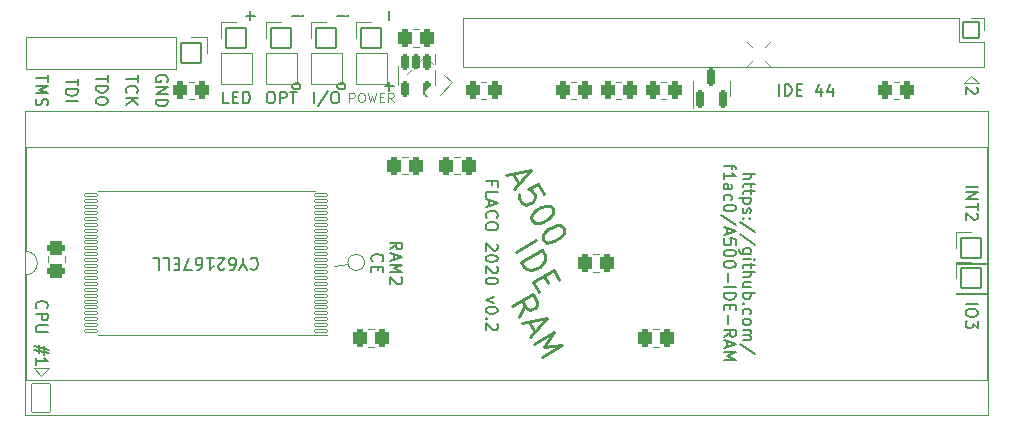
<source format=gto>
G04 #@! TF.GenerationSoftware,KiCad,Pcbnew,6.0.8-f2edbf62ab~116~ubuntu22.04.1*
G04 #@! TF.CreationDate,2022-10-12T20:13:52+02:00*
G04 #@! TF.ProjectId,a500-ide-ram,61353030-2d69-4646-952d-72616d2e6b69,0.2*
G04 #@! TF.SameCoordinates,Original*
G04 #@! TF.FileFunction,Legend,Top*
G04 #@! TF.FilePolarity,Positive*
%FSLAX46Y46*%
G04 Gerber Fmt 4.6, Leading zero omitted, Abs format (unit mm)*
G04 Created by KiCad (PCBNEW 6.0.8-f2edbf62ab~116~ubuntu22.04.1) date 2022-10-12 20:13:52*
%MOMM*%
%LPD*%
G01*
G04 APERTURE LIST*
G04 Aperture macros list*
%AMRoundRect*
0 Rectangle with rounded corners*
0 $1 Rounding radius*
0 $2 $3 $4 $5 $6 $7 $8 $9 X,Y pos of 4 corners*
0 Add a 4 corners polygon primitive as box body*
4,1,4,$2,$3,$4,$5,$6,$7,$8,$9,$2,$3,0*
0 Add four circle primitives for the rounded corners*
1,1,$1+$1,$2,$3*
1,1,$1+$1,$4,$5*
1,1,$1+$1,$6,$7*
1,1,$1+$1,$8,$9*
0 Add four rect primitives between the rounded corners*
20,1,$1+$1,$2,$3,$4,$5,0*
20,1,$1+$1,$4,$5,$6,$7,0*
20,1,$1+$1,$6,$7,$8,$9,0*
20,1,$1+$1,$8,$9,$2,$3,0*%
G04 Aperture macros list end*
%ADD10C,0.120000*%
%ADD11C,0.250000*%
%ADD12C,0.150000*%
%ADD13C,0.100000*%
%ADD14RoundRect,0.301000X-0.250000X-0.475000X0.250000X-0.475000X0.250000X0.475000X-0.250000X0.475000X0*%
%ADD15RoundRect,0.301000X0.250000X0.475000X-0.250000X0.475000X-0.250000X-0.475000X0.250000X-0.475000X0*%
%ADD16RoundRect,0.301000X0.475000X-0.250000X0.475000X0.250000X-0.475000X0.250000X-0.475000X-0.250000X0*%
%ADD17RoundRect,0.201000X0.150000X-0.587500X0.150000X0.587500X-0.150000X0.587500X-0.150000X-0.587500X0*%
%ADD18RoundRect,0.051000X-0.850000X-0.850000X0.850000X-0.850000X0.850000X0.850000X-0.850000X0.850000X0*%
%ADD19O,1.802000X1.802000*%
%ADD20RoundRect,0.301000X0.262500X0.450000X-0.262500X0.450000X-0.262500X-0.450000X0.262500X-0.450000X0*%
%ADD21RoundRect,0.301000X-0.262500X-0.450000X0.262500X-0.450000X0.262500X0.450000X-0.262500X0.450000X0*%
%ADD22RoundRect,0.051000X-0.675000X0.675000X-0.675000X-0.675000X0.675000X-0.675000X0.675000X0.675000X0*%
%ADD23O,1.452000X1.452000*%
%ADD24RoundRect,0.051000X-0.850000X0.850000X-0.850000X-0.850000X0.850000X-0.850000X0.850000X0.850000X0*%
%ADD25C,1.102000*%
%ADD26RoundRect,0.051000X0.800000X-1.200000X0.800000X1.200000X-0.800000X1.200000X-0.800000X-1.200000X0*%
%ADD27O,1.702000X2.502000*%
%ADD28RoundRect,0.201000X-0.150000X0.512500X-0.150000X-0.512500X0.150000X-0.512500X0.150000X0.512500X0*%
%ADD29RoundRect,0.051000X0.550000X0.125000X-0.550000X0.125000X-0.550000X-0.125000X0.550000X-0.125000X0*%
%ADD30RoundRect,0.051000X-0.035355X-0.601041X0.601041X0.035355X0.035355X0.601041X-0.601041X-0.035355X0*%
G04 APERTURE END LIST*
D10*
X106680000Y-106065000D02*
X105410000Y-106065000D01*
X132016500Y-97238500D02*
X130810000Y-97429000D01*
X185420000Y-81935000D02*
X184150000Y-81935000D01*
X165785000Y-78490000D02*
X167785000Y-80490000D01*
X106045000Y-106700000D02*
X106680000Y-106065000D01*
X105410000Y-106065000D02*
X106045000Y-106700000D01*
X184785000Y-81300000D02*
X185420000Y-81935000D01*
X167785000Y-78490000D02*
X165785000Y-80490000D01*
X184150000Y-81935000D02*
X184785000Y-81300000D01*
D11*
X146480977Y-101765441D02*
X146972429Y-100711900D01*
X145909548Y-100775697D02*
X147641599Y-99775697D01*
X148022551Y-100435526D01*
X148035311Y-100648102D01*
X148000451Y-100778200D01*
X147883113Y-100955917D01*
X147635677Y-101098774D01*
X147423101Y-101111533D01*
X147293003Y-101076674D01*
X147115286Y-100959336D01*
X146734334Y-100299507D01*
X147356801Y-102139555D02*
X147832991Y-102964341D01*
X146766691Y-102260312D02*
X148832075Y-101837663D01*
X147433357Y-103415013D01*
X147766691Y-103992363D02*
X149498742Y-102992363D01*
X148594896Y-104283999D01*
X150165408Y-104147064D01*
X148433357Y-105147064D01*
X145999658Y-89628915D02*
X146475848Y-90453701D01*
X145409548Y-89749672D02*
X147474932Y-89327022D01*
X146076215Y-90904372D01*
X148617789Y-91306509D02*
X148141599Y-90481723D01*
X147269194Y-90875435D01*
X147399291Y-90910294D01*
X147577008Y-91027632D01*
X147815103Y-91440025D01*
X147827863Y-91652602D01*
X147793003Y-91782699D01*
X147675665Y-91960416D01*
X147263272Y-92198511D01*
X147050696Y-92211271D01*
X146920598Y-92176411D01*
X146742881Y-92059073D01*
X146504786Y-91646680D01*
X146492027Y-91434104D01*
X146526886Y-91304006D01*
X149284456Y-92461209D02*
X149379694Y-92626167D01*
X149392453Y-92838743D01*
X149357594Y-92968840D01*
X149240256Y-93146557D01*
X148957960Y-93419512D01*
X148545567Y-93657607D01*
X148168034Y-93765605D01*
X147955458Y-93778364D01*
X147825360Y-93743505D01*
X147647643Y-93626167D01*
X147552405Y-93461209D01*
X147539646Y-93248633D01*
X147574505Y-93118535D01*
X147691843Y-92940819D01*
X147974139Y-92667864D01*
X148386532Y-92429769D01*
X148764065Y-92321771D01*
X148976642Y-92309012D01*
X149106739Y-92343871D01*
X149284456Y-92461209D01*
X150236837Y-94110782D02*
X150332075Y-94275739D01*
X150344834Y-94488315D01*
X150309975Y-94618413D01*
X150192637Y-94796129D01*
X149910341Y-95069084D01*
X149497948Y-95307179D01*
X149120415Y-95415177D01*
X148907838Y-95427936D01*
X148777741Y-95393077D01*
X148600024Y-95275739D01*
X148504786Y-95110782D01*
X148492027Y-94898205D01*
X148526886Y-94768108D01*
X148644224Y-94590391D01*
X148926520Y-94317436D01*
X149338913Y-94079341D01*
X149716446Y-93971343D01*
X149929022Y-93958584D01*
X150059120Y-93993443D01*
X150236837Y-94110782D01*
D12*
X135501071Y-75839047D02*
X135501071Y-76600952D01*
X131119619Y-82117571D02*
X131167238Y-82022333D01*
X131214857Y-81974714D01*
X131310095Y-81927095D01*
X131595809Y-81927095D01*
X131691047Y-81974714D01*
X131738666Y-82022333D01*
X131786285Y-82117571D01*
X131786285Y-82260428D01*
X131738666Y-82355666D01*
X131691047Y-82403285D01*
X131595809Y-82450904D01*
X131310095Y-82450904D01*
X131214857Y-82403285D01*
X131167238Y-82355666D01*
X131119619Y-82260428D01*
X131119619Y-82117571D01*
X131056119Y-76220000D02*
X131722785Y-76220000D01*
X132056119Y-76220000D02*
X132008500Y-76172380D01*
X131960880Y-76220000D01*
X132008500Y-76267619D01*
X132056119Y-76220000D01*
X131960880Y-76220000D01*
X105687857Y-101015119D02*
X105640238Y-100967500D01*
X105592619Y-100824642D01*
X105592619Y-100729404D01*
X105640238Y-100586547D01*
X105735476Y-100491309D01*
X105830714Y-100443690D01*
X106021190Y-100396071D01*
X106164047Y-100396071D01*
X106354523Y-100443690D01*
X106449761Y-100491309D01*
X106545000Y-100586547D01*
X106592619Y-100729404D01*
X106592619Y-100824642D01*
X106545000Y-100967500D01*
X106497380Y-101015119D01*
X105592619Y-101443690D02*
X106592619Y-101443690D01*
X106592619Y-101824642D01*
X106545000Y-101919880D01*
X106497380Y-101967500D01*
X106402142Y-102015119D01*
X106259285Y-102015119D01*
X106164047Y-101967500D01*
X106116428Y-101919880D01*
X106068809Y-101824642D01*
X106068809Y-101443690D01*
X106592619Y-102443690D02*
X105783095Y-102443690D01*
X105687857Y-102491309D01*
X105640238Y-102538928D01*
X105592619Y-102634166D01*
X105592619Y-102824642D01*
X105640238Y-102919880D01*
X105687857Y-102967500D01*
X105783095Y-103015119D01*
X106592619Y-103015119D01*
X106259285Y-104205595D02*
X106259285Y-104919880D01*
X106687857Y-104491309D02*
X105402142Y-104205595D01*
X105830714Y-104824642D02*
X105830714Y-104110357D01*
X105402142Y-104538928D02*
X106687857Y-104824642D01*
X105592619Y-105777023D02*
X105592619Y-105205595D01*
X105592619Y-105491309D02*
X106592619Y-105491309D01*
X106449761Y-105396071D01*
X106354523Y-105300833D01*
X106306904Y-105205595D01*
X116705000Y-81808095D02*
X116752619Y-81712857D01*
X116752619Y-81570000D01*
X116705000Y-81427142D01*
X116609761Y-81331904D01*
X116514523Y-81284285D01*
X116324047Y-81236666D01*
X116181190Y-81236666D01*
X115990714Y-81284285D01*
X115895476Y-81331904D01*
X115800238Y-81427142D01*
X115752619Y-81570000D01*
X115752619Y-81665238D01*
X115800238Y-81808095D01*
X115847857Y-81855714D01*
X116181190Y-81855714D01*
X116181190Y-81665238D01*
X115752619Y-82284285D02*
X116752619Y-82284285D01*
X115752619Y-82855714D01*
X116752619Y-82855714D01*
X115752619Y-83331904D02*
X116752619Y-83331904D01*
X116752619Y-83570000D01*
X116705000Y-83712857D01*
X116609761Y-83808095D01*
X116514523Y-83855714D01*
X116324047Y-83903333D01*
X116181190Y-83903333D01*
X115990714Y-83855714D01*
X115895476Y-83808095D01*
X115800238Y-83712857D01*
X115752619Y-83570000D01*
X115752619Y-83331904D01*
X135501071Y-81808047D02*
X135501071Y-82569952D01*
X135120119Y-82189000D02*
X135882023Y-82189000D01*
X127246119Y-76220000D02*
X127912785Y-76220000D01*
X128246119Y-76220000D02*
X128198500Y-76172380D01*
X128150880Y-76220000D01*
X128198500Y-76267619D01*
X128246119Y-76220000D01*
X128150880Y-76220000D01*
X127309619Y-82117571D02*
X127357238Y-82022333D01*
X127404857Y-81974714D01*
X127500095Y-81927095D01*
X127785809Y-81927095D01*
X127881047Y-81974714D01*
X127928666Y-82022333D01*
X127976285Y-82117571D01*
X127976285Y-82260428D01*
X127928666Y-82355666D01*
X127881047Y-82403285D01*
X127785809Y-82450904D01*
X127500095Y-82450904D01*
X127404857Y-82403285D01*
X127357238Y-82355666D01*
X127309619Y-82260428D01*
X127309619Y-82117571D01*
X114212619Y-81284285D02*
X114212619Y-81855714D01*
X113212619Y-81570000D02*
X114212619Y-81570000D01*
X113307857Y-82760476D02*
X113260238Y-82712857D01*
X113212619Y-82570000D01*
X113212619Y-82474761D01*
X113260238Y-82331904D01*
X113355476Y-82236666D01*
X113450714Y-82189047D01*
X113641190Y-82141428D01*
X113784047Y-82141428D01*
X113974523Y-82189047D01*
X114069761Y-82236666D01*
X114165000Y-82331904D01*
X114212619Y-82474761D01*
X114212619Y-82570000D01*
X114165000Y-82712857D01*
X114117380Y-82760476D01*
X113212619Y-83189047D02*
X114212619Y-83189047D01*
X113212619Y-83760476D02*
X113784047Y-83331904D01*
X114212619Y-83760476D02*
X113641190Y-83189047D01*
X184332619Y-90714047D02*
X185332619Y-90714047D01*
X184332619Y-91190238D02*
X185332619Y-91190238D01*
X184332619Y-91761666D01*
X185332619Y-91761666D01*
X185332619Y-92095000D02*
X185332619Y-92666428D01*
X184332619Y-92380714D02*
X185332619Y-92380714D01*
X185237380Y-92952142D02*
X185285000Y-92999761D01*
X185332619Y-93095000D01*
X185332619Y-93333095D01*
X185285000Y-93428333D01*
X185237380Y-93475952D01*
X185142142Y-93523571D01*
X185046904Y-93523571D01*
X184904047Y-93475952D01*
X184332619Y-92904523D01*
X184332619Y-93523571D01*
X129127380Y-83657380D02*
X129127380Y-82657380D01*
X130317857Y-82609761D02*
X129460714Y-83895476D01*
X130841666Y-82657380D02*
X131032142Y-82657380D01*
X131127380Y-82705000D01*
X131222619Y-82800238D01*
X131270238Y-82990714D01*
X131270238Y-83324047D01*
X131222619Y-83514523D01*
X131127380Y-83609761D01*
X131032142Y-83657380D01*
X130841666Y-83657380D01*
X130746428Y-83609761D01*
X130651190Y-83514523D01*
X130603571Y-83324047D01*
X130603571Y-82990714D01*
X130651190Y-82800238D01*
X130746428Y-82705000D01*
X130841666Y-82657380D01*
X185237380Y-82284285D02*
X185285000Y-82331904D01*
X185332619Y-82427142D01*
X185332619Y-82665238D01*
X185285000Y-82760476D01*
X185237380Y-82808095D01*
X185142142Y-82855714D01*
X185046904Y-82855714D01*
X184904047Y-82808095D01*
X184332619Y-82236666D01*
X184332619Y-82855714D01*
X123753571Y-75839047D02*
X123753571Y-76600952D01*
X123372619Y-76220000D02*
X124134523Y-76220000D01*
X135607619Y-96008333D02*
X136083809Y-95675000D01*
X135607619Y-95436904D02*
X136607619Y-95436904D01*
X136607619Y-95817857D01*
X136560000Y-95913095D01*
X136512380Y-95960714D01*
X136417142Y-96008333D01*
X136274285Y-96008333D01*
X136179047Y-95960714D01*
X136131428Y-95913095D01*
X136083809Y-95817857D01*
X136083809Y-95436904D01*
X135893333Y-96389285D02*
X135893333Y-96865476D01*
X135607619Y-96294047D02*
X136607619Y-96627380D01*
X135607619Y-96960714D01*
X135607619Y-97294047D02*
X136607619Y-97294047D01*
X135893333Y-97627380D01*
X136607619Y-97960714D01*
X135607619Y-97960714D01*
X136512380Y-98389285D02*
X136560000Y-98436904D01*
X136607619Y-98532142D01*
X136607619Y-98770238D01*
X136560000Y-98865476D01*
X136512380Y-98913095D01*
X136417142Y-98960714D01*
X136321904Y-98960714D01*
X136179047Y-98913095D01*
X135607619Y-98341666D01*
X135607619Y-98960714D01*
X134092857Y-97032142D02*
X134045238Y-96984523D01*
X133997619Y-96841666D01*
X133997619Y-96746428D01*
X134045238Y-96603571D01*
X134140476Y-96508333D01*
X134235714Y-96460714D01*
X134426190Y-96413095D01*
X134569047Y-96413095D01*
X134759523Y-96460714D01*
X134854761Y-96508333D01*
X134950000Y-96603571D01*
X134997619Y-96746428D01*
X134997619Y-96841666D01*
X134950000Y-96984523D01*
X134902380Y-97032142D01*
X134521428Y-97460714D02*
X134521428Y-97794047D01*
X133997619Y-97936904D02*
X133997619Y-97460714D01*
X134997619Y-97460714D01*
X134997619Y-97936904D01*
X125388809Y-82657380D02*
X125579285Y-82657380D01*
X125674523Y-82705000D01*
X125769761Y-82800238D01*
X125817380Y-82990714D01*
X125817380Y-83324047D01*
X125769761Y-83514523D01*
X125674523Y-83609761D01*
X125579285Y-83657380D01*
X125388809Y-83657380D01*
X125293571Y-83609761D01*
X125198333Y-83514523D01*
X125150714Y-83324047D01*
X125150714Y-82990714D01*
X125198333Y-82800238D01*
X125293571Y-82705000D01*
X125388809Y-82657380D01*
X126245952Y-83657380D02*
X126245952Y-82657380D01*
X126626904Y-82657380D01*
X126722142Y-82705000D01*
X126769761Y-82752619D01*
X126817380Y-82847857D01*
X126817380Y-82990714D01*
X126769761Y-83085952D01*
X126722142Y-83133571D01*
X126626904Y-83181190D01*
X126245952Y-83181190D01*
X127103095Y-82657380D02*
X127674523Y-82657380D01*
X127388809Y-83657380D02*
X127388809Y-82657380D01*
X165452619Y-89603571D02*
X166452619Y-89603571D01*
X165452619Y-90032142D02*
X165976428Y-90032142D01*
X166071666Y-89984523D01*
X166119285Y-89889285D01*
X166119285Y-89746428D01*
X166071666Y-89651190D01*
X166024047Y-89603571D01*
X166119285Y-90365476D02*
X166119285Y-90746428D01*
X166452619Y-90508333D02*
X165595476Y-90508333D01*
X165500238Y-90555952D01*
X165452619Y-90651190D01*
X165452619Y-90746428D01*
X166119285Y-90936904D02*
X166119285Y-91317857D01*
X166452619Y-91079761D02*
X165595476Y-91079761D01*
X165500238Y-91127380D01*
X165452619Y-91222619D01*
X165452619Y-91317857D01*
X166119285Y-91651190D02*
X165119285Y-91651190D01*
X166071666Y-91651190D02*
X166119285Y-91746428D01*
X166119285Y-91936904D01*
X166071666Y-92032142D01*
X166024047Y-92079761D01*
X165928809Y-92127380D01*
X165643095Y-92127380D01*
X165547857Y-92079761D01*
X165500238Y-92032142D01*
X165452619Y-91936904D01*
X165452619Y-91746428D01*
X165500238Y-91651190D01*
X165500238Y-92508333D02*
X165452619Y-92603571D01*
X165452619Y-92794047D01*
X165500238Y-92889285D01*
X165595476Y-92936904D01*
X165643095Y-92936904D01*
X165738333Y-92889285D01*
X165785952Y-92794047D01*
X165785952Y-92651190D01*
X165833571Y-92555952D01*
X165928809Y-92508333D01*
X165976428Y-92508333D01*
X166071666Y-92555952D01*
X166119285Y-92651190D01*
X166119285Y-92794047D01*
X166071666Y-92889285D01*
X165547857Y-93365476D02*
X165500238Y-93413095D01*
X165452619Y-93365476D01*
X165500238Y-93317857D01*
X165547857Y-93365476D01*
X165452619Y-93365476D01*
X166071666Y-93365476D02*
X166024047Y-93413095D01*
X165976428Y-93365476D01*
X166024047Y-93317857D01*
X166071666Y-93365476D01*
X165976428Y-93365476D01*
X166500238Y-94555952D02*
X165214523Y-93698809D01*
X166500238Y-95603571D02*
X165214523Y-94746428D01*
X166119285Y-96365476D02*
X165309761Y-96365476D01*
X165214523Y-96317857D01*
X165166904Y-96270238D01*
X165119285Y-96175000D01*
X165119285Y-96032142D01*
X165166904Y-95936904D01*
X165500238Y-96365476D02*
X165452619Y-96270238D01*
X165452619Y-96079761D01*
X165500238Y-95984523D01*
X165547857Y-95936904D01*
X165643095Y-95889285D01*
X165928809Y-95889285D01*
X166024047Y-95936904D01*
X166071666Y-95984523D01*
X166119285Y-96079761D01*
X166119285Y-96270238D01*
X166071666Y-96365476D01*
X165452619Y-96841666D02*
X166119285Y-96841666D01*
X166452619Y-96841666D02*
X166405000Y-96794047D01*
X166357380Y-96841666D01*
X166405000Y-96889285D01*
X166452619Y-96841666D01*
X166357380Y-96841666D01*
X166119285Y-97175000D02*
X166119285Y-97555952D01*
X166452619Y-97317857D02*
X165595476Y-97317857D01*
X165500238Y-97365476D01*
X165452619Y-97460714D01*
X165452619Y-97555952D01*
X165452619Y-97889285D02*
X166452619Y-97889285D01*
X165452619Y-98317857D02*
X165976428Y-98317857D01*
X166071666Y-98270238D01*
X166119285Y-98175000D01*
X166119285Y-98032142D01*
X166071666Y-97936904D01*
X166024047Y-97889285D01*
X166119285Y-99222619D02*
X165452619Y-99222619D01*
X166119285Y-98794047D02*
X165595476Y-98794047D01*
X165500238Y-98841666D01*
X165452619Y-98936904D01*
X165452619Y-99079761D01*
X165500238Y-99175000D01*
X165547857Y-99222619D01*
X165452619Y-99698809D02*
X166452619Y-99698809D01*
X166071666Y-99698809D02*
X166119285Y-99794047D01*
X166119285Y-99984523D01*
X166071666Y-100079761D01*
X166024047Y-100127380D01*
X165928809Y-100175000D01*
X165643095Y-100175000D01*
X165547857Y-100127380D01*
X165500238Y-100079761D01*
X165452619Y-99984523D01*
X165452619Y-99794047D01*
X165500238Y-99698809D01*
X165547857Y-100603571D02*
X165500238Y-100651190D01*
X165452619Y-100603571D01*
X165500238Y-100555952D01*
X165547857Y-100603571D01*
X165452619Y-100603571D01*
X165500238Y-101508333D02*
X165452619Y-101413095D01*
X165452619Y-101222619D01*
X165500238Y-101127380D01*
X165547857Y-101079761D01*
X165643095Y-101032142D01*
X165928809Y-101032142D01*
X166024047Y-101079761D01*
X166071666Y-101127380D01*
X166119285Y-101222619D01*
X166119285Y-101413095D01*
X166071666Y-101508333D01*
X165452619Y-102079761D02*
X165500238Y-101984523D01*
X165547857Y-101936904D01*
X165643095Y-101889285D01*
X165928809Y-101889285D01*
X166024047Y-101936904D01*
X166071666Y-101984523D01*
X166119285Y-102079761D01*
X166119285Y-102222619D01*
X166071666Y-102317857D01*
X166024047Y-102365476D01*
X165928809Y-102413095D01*
X165643095Y-102413095D01*
X165547857Y-102365476D01*
X165500238Y-102317857D01*
X165452619Y-102222619D01*
X165452619Y-102079761D01*
X165452619Y-102841666D02*
X166119285Y-102841666D01*
X166024047Y-102841666D02*
X166071666Y-102889285D01*
X166119285Y-102984523D01*
X166119285Y-103127380D01*
X166071666Y-103222619D01*
X165976428Y-103270238D01*
X165452619Y-103270238D01*
X165976428Y-103270238D02*
X166071666Y-103317857D01*
X166119285Y-103413095D01*
X166119285Y-103555952D01*
X166071666Y-103651190D01*
X165976428Y-103698809D01*
X165452619Y-103698809D01*
X166500238Y-104889285D02*
X165214523Y-104032142D01*
X164509285Y-88841666D02*
X164509285Y-89222619D01*
X163842619Y-88984523D02*
X164699761Y-88984523D01*
X164795000Y-89032142D01*
X164842619Y-89127380D01*
X164842619Y-89222619D01*
X163842619Y-90079761D02*
X163842619Y-89508333D01*
X163842619Y-89794047D02*
X164842619Y-89794047D01*
X164699761Y-89698809D01*
X164604523Y-89603571D01*
X164556904Y-89508333D01*
X163842619Y-90936904D02*
X164366428Y-90936904D01*
X164461666Y-90889285D01*
X164509285Y-90794047D01*
X164509285Y-90603571D01*
X164461666Y-90508333D01*
X163890238Y-90936904D02*
X163842619Y-90841666D01*
X163842619Y-90603571D01*
X163890238Y-90508333D01*
X163985476Y-90460714D01*
X164080714Y-90460714D01*
X164175952Y-90508333D01*
X164223571Y-90603571D01*
X164223571Y-90841666D01*
X164271190Y-90936904D01*
X163890238Y-91841666D02*
X163842619Y-91746428D01*
X163842619Y-91555952D01*
X163890238Y-91460714D01*
X163937857Y-91413095D01*
X164033095Y-91365476D01*
X164318809Y-91365476D01*
X164414047Y-91413095D01*
X164461666Y-91460714D01*
X164509285Y-91555952D01*
X164509285Y-91746428D01*
X164461666Y-91841666D01*
X164842619Y-92460714D02*
X164842619Y-92555952D01*
X164795000Y-92651190D01*
X164747380Y-92698809D01*
X164652142Y-92746428D01*
X164461666Y-92794047D01*
X164223571Y-92794047D01*
X164033095Y-92746428D01*
X163937857Y-92698809D01*
X163890238Y-92651190D01*
X163842619Y-92555952D01*
X163842619Y-92460714D01*
X163890238Y-92365476D01*
X163937857Y-92317857D01*
X164033095Y-92270238D01*
X164223571Y-92222619D01*
X164461666Y-92222619D01*
X164652142Y-92270238D01*
X164747380Y-92317857D01*
X164795000Y-92365476D01*
X164842619Y-92460714D01*
X164890238Y-93936904D02*
X163604523Y-93079761D01*
X164128333Y-94222619D02*
X164128333Y-94698809D01*
X163842619Y-94127380D02*
X164842619Y-94460714D01*
X163842619Y-94794047D01*
X164842619Y-95603571D02*
X164842619Y-95127380D01*
X164366428Y-95079761D01*
X164414047Y-95127380D01*
X164461666Y-95222619D01*
X164461666Y-95460714D01*
X164414047Y-95555952D01*
X164366428Y-95603571D01*
X164271190Y-95651190D01*
X164033095Y-95651190D01*
X163937857Y-95603571D01*
X163890238Y-95555952D01*
X163842619Y-95460714D01*
X163842619Y-95222619D01*
X163890238Y-95127380D01*
X163937857Y-95079761D01*
X164842619Y-96270238D02*
X164842619Y-96365476D01*
X164795000Y-96460714D01*
X164747380Y-96508333D01*
X164652142Y-96555952D01*
X164461666Y-96603571D01*
X164223571Y-96603571D01*
X164033095Y-96555952D01*
X163937857Y-96508333D01*
X163890238Y-96460714D01*
X163842619Y-96365476D01*
X163842619Y-96270238D01*
X163890238Y-96175000D01*
X163937857Y-96127380D01*
X164033095Y-96079761D01*
X164223571Y-96032142D01*
X164461666Y-96032142D01*
X164652142Y-96079761D01*
X164747380Y-96127380D01*
X164795000Y-96175000D01*
X164842619Y-96270238D01*
X164842619Y-97222619D02*
X164842619Y-97317857D01*
X164795000Y-97413095D01*
X164747380Y-97460714D01*
X164652142Y-97508333D01*
X164461666Y-97555952D01*
X164223571Y-97555952D01*
X164033095Y-97508333D01*
X163937857Y-97460714D01*
X163890238Y-97413095D01*
X163842619Y-97317857D01*
X163842619Y-97222619D01*
X163890238Y-97127380D01*
X163937857Y-97079761D01*
X164033095Y-97032142D01*
X164223571Y-96984523D01*
X164461666Y-96984523D01*
X164652142Y-97032142D01*
X164747380Y-97079761D01*
X164795000Y-97127380D01*
X164842619Y-97222619D01*
X164223571Y-97984523D02*
X164223571Y-98746428D01*
X163842619Y-99222619D02*
X164842619Y-99222619D01*
X163842619Y-99698809D02*
X164842619Y-99698809D01*
X164842619Y-99936904D01*
X164795000Y-100079761D01*
X164699761Y-100175000D01*
X164604523Y-100222619D01*
X164414047Y-100270238D01*
X164271190Y-100270238D01*
X164080714Y-100222619D01*
X163985476Y-100175000D01*
X163890238Y-100079761D01*
X163842619Y-99936904D01*
X163842619Y-99698809D01*
X164366428Y-100698809D02*
X164366428Y-101032142D01*
X163842619Y-101175000D02*
X163842619Y-100698809D01*
X164842619Y-100698809D01*
X164842619Y-101175000D01*
X164223571Y-101603571D02*
X164223571Y-102365476D01*
X163842619Y-103413095D02*
X164318809Y-103079761D01*
X163842619Y-102841666D02*
X164842619Y-102841666D01*
X164842619Y-103222619D01*
X164795000Y-103317857D01*
X164747380Y-103365476D01*
X164652142Y-103413095D01*
X164509285Y-103413095D01*
X164414047Y-103365476D01*
X164366428Y-103317857D01*
X164318809Y-103222619D01*
X164318809Y-102841666D01*
X164128333Y-103794047D02*
X164128333Y-104270238D01*
X163842619Y-103698809D02*
X164842619Y-104032142D01*
X163842619Y-104365476D01*
X163842619Y-104698809D02*
X164842619Y-104698809D01*
X164128333Y-105032142D01*
X164842619Y-105365476D01*
X163842619Y-105365476D01*
X111672619Y-81260476D02*
X111672619Y-81831904D01*
X110672619Y-81546190D02*
X111672619Y-81546190D01*
X110672619Y-82165238D02*
X111672619Y-82165238D01*
X111672619Y-82403333D01*
X111625000Y-82546190D01*
X111529761Y-82641428D01*
X111434523Y-82689047D01*
X111244047Y-82736666D01*
X111101190Y-82736666D01*
X110910714Y-82689047D01*
X110815476Y-82641428D01*
X110720238Y-82546190D01*
X110672619Y-82403333D01*
X110672619Y-82165238D01*
X111672619Y-83355714D02*
X111672619Y-83546190D01*
X111625000Y-83641428D01*
X111529761Y-83736666D01*
X111339285Y-83784285D01*
X111005952Y-83784285D01*
X110815476Y-83736666D01*
X110720238Y-83641428D01*
X110672619Y-83546190D01*
X110672619Y-83355714D01*
X110720238Y-83260476D01*
X110815476Y-83165238D01*
X111005952Y-83117619D01*
X111339285Y-83117619D01*
X111529761Y-83165238D01*
X111625000Y-83260476D01*
X111672619Y-83355714D01*
D11*
X146219072Y-96231808D02*
X147951123Y-95231808D01*
X146695262Y-97056594D02*
X148427313Y-96056594D01*
X148665408Y-96468987D01*
X148725787Y-96764042D01*
X148656068Y-97024238D01*
X148538730Y-97201954D01*
X148256434Y-97474909D01*
X148008998Y-97617766D01*
X147631465Y-97725764D01*
X147418889Y-97738523D01*
X147158693Y-97668804D01*
X146933357Y-97468987D01*
X146695262Y-97056594D01*
X148602527Y-98264836D02*
X148935860Y-98842186D01*
X148171453Y-99613431D02*
X147695262Y-98788645D01*
X149427313Y-97788645D01*
X149903504Y-98613431D01*
D12*
X109132619Y-81546190D02*
X109132619Y-82117619D01*
X108132619Y-81831904D02*
X109132619Y-81831904D01*
X108132619Y-82450952D02*
X109132619Y-82450952D01*
X109132619Y-82689047D01*
X109085000Y-82831904D01*
X108989761Y-82927142D01*
X108894523Y-82974761D01*
X108704047Y-83022380D01*
X108561190Y-83022380D01*
X108370714Y-82974761D01*
X108275476Y-82927142D01*
X108180238Y-82831904D01*
X108132619Y-82689047D01*
X108132619Y-82450952D01*
X108132619Y-83450952D02*
X109132619Y-83450952D01*
D10*
X132137380Y-83566904D02*
X132137380Y-82766904D01*
X132442142Y-82766904D01*
X132518333Y-82805000D01*
X132556428Y-82843095D01*
X132594523Y-82919285D01*
X132594523Y-83033571D01*
X132556428Y-83109761D01*
X132518333Y-83147857D01*
X132442142Y-83185952D01*
X132137380Y-83185952D01*
X133089761Y-82766904D02*
X133242142Y-82766904D01*
X133318333Y-82805000D01*
X133394523Y-82881190D01*
X133432619Y-83033571D01*
X133432619Y-83300238D01*
X133394523Y-83452619D01*
X133318333Y-83528809D01*
X133242142Y-83566904D01*
X133089761Y-83566904D01*
X133013571Y-83528809D01*
X132937380Y-83452619D01*
X132899285Y-83300238D01*
X132899285Y-83033571D01*
X132937380Y-82881190D01*
X133013571Y-82805000D01*
X133089761Y-82766904D01*
X133699285Y-82766904D02*
X133889761Y-83566904D01*
X134042142Y-82995476D01*
X134194523Y-83566904D01*
X134385000Y-82766904D01*
X134689761Y-83147857D02*
X134956428Y-83147857D01*
X135070714Y-83566904D02*
X134689761Y-83566904D01*
X134689761Y-82766904D01*
X135070714Y-82766904D01*
X135870714Y-83566904D02*
X135604047Y-83185952D01*
X135413571Y-83566904D02*
X135413571Y-82766904D01*
X135718333Y-82766904D01*
X135794523Y-82805000D01*
X135832619Y-82843095D01*
X135870714Y-82919285D01*
X135870714Y-83033571D01*
X135832619Y-83109761D01*
X135794523Y-83147857D01*
X135718333Y-83185952D01*
X135413571Y-83185952D01*
D12*
X184332619Y-100620000D02*
X185332619Y-100620000D01*
X185332619Y-101286666D02*
X185332619Y-101477142D01*
X185285000Y-101572380D01*
X185189761Y-101667619D01*
X184999285Y-101715238D01*
X184665952Y-101715238D01*
X184475476Y-101667619D01*
X184380238Y-101572380D01*
X184332619Y-101477142D01*
X184332619Y-101286666D01*
X184380238Y-101191428D01*
X184475476Y-101096190D01*
X184665952Y-101048571D01*
X184999285Y-101048571D01*
X185189761Y-101096190D01*
X185285000Y-101191428D01*
X185332619Y-101286666D01*
X185332619Y-102048571D02*
X185332619Y-102667619D01*
X184951666Y-102334285D01*
X184951666Y-102477142D01*
X184904047Y-102572380D01*
X184856428Y-102620000D01*
X184761190Y-102667619D01*
X184523095Y-102667619D01*
X184427857Y-102620000D01*
X184380238Y-102572380D01*
X184332619Y-102477142D01*
X184332619Y-102191428D01*
X184380238Y-102096190D01*
X184427857Y-102048571D01*
X106592619Y-81236666D02*
X106592619Y-81808095D01*
X105592619Y-81522380D02*
X106592619Y-81522380D01*
X105592619Y-82141428D02*
X106592619Y-82141428D01*
X105878333Y-82474761D01*
X106592619Y-82808095D01*
X105592619Y-82808095D01*
X105640238Y-83236666D02*
X105592619Y-83379523D01*
X105592619Y-83617619D01*
X105640238Y-83712857D01*
X105687857Y-83760476D01*
X105783095Y-83808095D01*
X105878333Y-83808095D01*
X105973571Y-83760476D01*
X106021190Y-83712857D01*
X106068809Y-83617619D01*
X106116428Y-83427142D01*
X106164047Y-83331904D01*
X106211666Y-83284285D01*
X106306904Y-83236666D01*
X106402142Y-83236666D01*
X106497380Y-83284285D01*
X106545000Y-83331904D01*
X106592619Y-83427142D01*
X106592619Y-83665238D01*
X106545000Y-83808095D01*
X121912142Y-83657380D02*
X121435952Y-83657380D01*
X121435952Y-82657380D01*
X122245476Y-83133571D02*
X122578809Y-83133571D01*
X122721666Y-83657380D02*
X122245476Y-83657380D01*
X122245476Y-82657380D01*
X122721666Y-82657380D01*
X123150238Y-83657380D02*
X123150238Y-82657380D01*
X123388333Y-82657380D01*
X123531190Y-82705000D01*
X123626428Y-82800238D01*
X123674047Y-82895476D01*
X123721666Y-83085952D01*
X123721666Y-83228809D01*
X123674047Y-83419285D01*
X123626428Y-83514523D01*
X123531190Y-83609761D01*
X123388333Y-83657380D01*
X123150238Y-83657380D01*
X168529285Y-83022380D02*
X168529285Y-82022380D01*
X169005476Y-83022380D02*
X169005476Y-82022380D01*
X169243571Y-82022380D01*
X169386428Y-82070000D01*
X169481666Y-82165238D01*
X169529285Y-82260476D01*
X169576904Y-82450952D01*
X169576904Y-82593809D01*
X169529285Y-82784285D01*
X169481666Y-82879523D01*
X169386428Y-82974761D01*
X169243571Y-83022380D01*
X169005476Y-83022380D01*
X170005476Y-82498571D02*
X170338809Y-82498571D01*
X170481666Y-83022380D02*
X170005476Y-83022380D01*
X170005476Y-82022380D01*
X170481666Y-82022380D01*
X172100714Y-82355714D02*
X172100714Y-83022380D01*
X171862619Y-81974761D02*
X171624523Y-82689047D01*
X172243571Y-82689047D01*
X173053095Y-82355714D02*
X173053095Y-83022380D01*
X172815000Y-81974761D02*
X172576904Y-82689047D01*
X173195952Y-82689047D01*
X123776904Y-96817857D02*
X123824523Y-96770238D01*
X123967380Y-96722619D01*
X124062619Y-96722619D01*
X124205476Y-96770238D01*
X124300714Y-96865476D01*
X124348333Y-96960714D01*
X124395952Y-97151190D01*
X124395952Y-97294047D01*
X124348333Y-97484523D01*
X124300714Y-97579761D01*
X124205476Y-97675000D01*
X124062619Y-97722619D01*
X123967380Y-97722619D01*
X123824523Y-97675000D01*
X123776904Y-97627380D01*
X123157857Y-97198809D02*
X123157857Y-96722619D01*
X123491190Y-97722619D02*
X123157857Y-97198809D01*
X122824523Y-97722619D01*
X122062619Y-97722619D02*
X122253095Y-97722619D01*
X122348333Y-97675000D01*
X122395952Y-97627380D01*
X122491190Y-97484523D01*
X122538809Y-97294047D01*
X122538809Y-96913095D01*
X122491190Y-96817857D01*
X122443571Y-96770238D01*
X122348333Y-96722619D01*
X122157857Y-96722619D01*
X122062619Y-96770238D01*
X122015000Y-96817857D01*
X121967380Y-96913095D01*
X121967380Y-97151190D01*
X122015000Y-97246428D01*
X122062619Y-97294047D01*
X122157857Y-97341666D01*
X122348333Y-97341666D01*
X122443571Y-97294047D01*
X122491190Y-97246428D01*
X122538809Y-97151190D01*
X121586428Y-97627380D02*
X121538809Y-97675000D01*
X121443571Y-97722619D01*
X121205476Y-97722619D01*
X121110238Y-97675000D01*
X121062619Y-97627380D01*
X121015000Y-97532142D01*
X121015000Y-97436904D01*
X121062619Y-97294047D01*
X121634047Y-96722619D01*
X121015000Y-96722619D01*
X120062619Y-96722619D02*
X120634047Y-96722619D01*
X120348333Y-96722619D02*
X120348333Y-97722619D01*
X120443571Y-97579761D01*
X120538809Y-97484523D01*
X120634047Y-97436904D01*
X119205476Y-97722619D02*
X119395952Y-97722619D01*
X119491190Y-97675000D01*
X119538809Y-97627380D01*
X119634047Y-97484523D01*
X119681666Y-97294047D01*
X119681666Y-96913095D01*
X119634047Y-96817857D01*
X119586428Y-96770238D01*
X119491190Y-96722619D01*
X119300714Y-96722619D01*
X119205476Y-96770238D01*
X119157857Y-96817857D01*
X119110238Y-96913095D01*
X119110238Y-97151190D01*
X119157857Y-97246428D01*
X119205476Y-97294047D01*
X119300714Y-97341666D01*
X119491190Y-97341666D01*
X119586428Y-97294047D01*
X119634047Y-97246428D01*
X119681666Y-97151190D01*
X118776904Y-97722619D02*
X118110238Y-97722619D01*
X118538809Y-96722619D01*
X117729285Y-97246428D02*
X117395952Y-97246428D01*
X117253095Y-96722619D02*
X117729285Y-96722619D01*
X117729285Y-97722619D01*
X117253095Y-97722619D01*
X116348333Y-96722619D02*
X116824523Y-96722619D01*
X116824523Y-97722619D01*
X115538809Y-96722619D02*
X116015000Y-96722619D01*
X116015000Y-97722619D01*
X144216428Y-90587619D02*
X144216428Y-90254285D01*
X143692619Y-90254285D02*
X144692619Y-90254285D01*
X144692619Y-90730476D01*
X143692619Y-91587619D02*
X143692619Y-91111428D01*
X144692619Y-91111428D01*
X143978333Y-91873333D02*
X143978333Y-92349523D01*
X143692619Y-91778095D02*
X144692619Y-92111428D01*
X143692619Y-92444761D01*
X143787857Y-93349523D02*
X143740238Y-93301904D01*
X143692619Y-93159047D01*
X143692619Y-93063809D01*
X143740238Y-92920952D01*
X143835476Y-92825714D01*
X143930714Y-92778095D01*
X144121190Y-92730476D01*
X144264047Y-92730476D01*
X144454523Y-92778095D01*
X144549761Y-92825714D01*
X144645000Y-92920952D01*
X144692619Y-93063809D01*
X144692619Y-93159047D01*
X144645000Y-93301904D01*
X144597380Y-93349523D01*
X144692619Y-93968571D02*
X144692619Y-94159047D01*
X144645000Y-94254285D01*
X144549761Y-94349523D01*
X144359285Y-94397142D01*
X144025952Y-94397142D01*
X143835476Y-94349523D01*
X143740238Y-94254285D01*
X143692619Y-94159047D01*
X143692619Y-93968571D01*
X143740238Y-93873333D01*
X143835476Y-93778095D01*
X144025952Y-93730476D01*
X144359285Y-93730476D01*
X144549761Y-93778095D01*
X144645000Y-93873333D01*
X144692619Y-93968571D01*
X144597380Y-95540000D02*
X144645000Y-95587619D01*
X144692619Y-95682857D01*
X144692619Y-95920952D01*
X144645000Y-96016190D01*
X144597380Y-96063809D01*
X144502142Y-96111428D01*
X144406904Y-96111428D01*
X144264047Y-96063809D01*
X143692619Y-95492380D01*
X143692619Y-96111428D01*
X144692619Y-96730476D02*
X144692619Y-96825714D01*
X144645000Y-96920952D01*
X144597380Y-96968571D01*
X144502142Y-97016190D01*
X144311666Y-97063809D01*
X144073571Y-97063809D01*
X143883095Y-97016190D01*
X143787857Y-96968571D01*
X143740238Y-96920952D01*
X143692619Y-96825714D01*
X143692619Y-96730476D01*
X143740238Y-96635238D01*
X143787857Y-96587619D01*
X143883095Y-96540000D01*
X144073571Y-96492380D01*
X144311666Y-96492380D01*
X144502142Y-96540000D01*
X144597380Y-96587619D01*
X144645000Y-96635238D01*
X144692619Y-96730476D01*
X144597380Y-97444761D02*
X144645000Y-97492380D01*
X144692619Y-97587619D01*
X144692619Y-97825714D01*
X144645000Y-97920952D01*
X144597380Y-97968571D01*
X144502142Y-98016190D01*
X144406904Y-98016190D01*
X144264047Y-97968571D01*
X143692619Y-97397142D01*
X143692619Y-98016190D01*
X144692619Y-98635238D02*
X144692619Y-98730476D01*
X144645000Y-98825714D01*
X144597380Y-98873333D01*
X144502142Y-98920952D01*
X144311666Y-98968571D01*
X144073571Y-98968571D01*
X143883095Y-98920952D01*
X143787857Y-98873333D01*
X143740238Y-98825714D01*
X143692619Y-98730476D01*
X143692619Y-98635238D01*
X143740238Y-98540000D01*
X143787857Y-98492380D01*
X143883095Y-98444761D01*
X144073571Y-98397142D01*
X144311666Y-98397142D01*
X144502142Y-98444761D01*
X144597380Y-98492380D01*
X144645000Y-98540000D01*
X144692619Y-98635238D01*
X144359285Y-100063809D02*
X143692619Y-100301904D01*
X144359285Y-100540000D01*
X144692619Y-101111428D02*
X144692619Y-101206666D01*
X144645000Y-101301904D01*
X144597380Y-101349523D01*
X144502142Y-101397142D01*
X144311666Y-101444761D01*
X144073571Y-101444761D01*
X143883095Y-101397142D01*
X143787857Y-101349523D01*
X143740238Y-101301904D01*
X143692619Y-101206666D01*
X143692619Y-101111428D01*
X143740238Y-101016190D01*
X143787857Y-100968571D01*
X143883095Y-100920952D01*
X144073571Y-100873333D01*
X144311666Y-100873333D01*
X144502142Y-100920952D01*
X144597380Y-100968571D01*
X144645000Y-101016190D01*
X144692619Y-101111428D01*
X143787857Y-101873333D02*
X143740238Y-101920952D01*
X143692619Y-101873333D01*
X143740238Y-101825714D01*
X143787857Y-101873333D01*
X143692619Y-101873333D01*
X144597380Y-102301904D02*
X144645000Y-102349523D01*
X144692619Y-102444761D01*
X144692619Y-102682857D01*
X144645000Y-102778095D01*
X144597380Y-102825714D01*
X144502142Y-102873333D01*
X144406904Y-102873333D01*
X144264047Y-102825714D01*
X143692619Y-102254285D01*
X143692619Y-102873333D01*
D10*
X157853748Y-102790000D02*
X158376252Y-102790000D01*
X157853748Y-104260000D02*
X158376252Y-104260000D01*
X134246252Y-102790000D02*
X133723748Y-102790000D01*
X134246252Y-104260000D02*
X133723748Y-104260000D01*
X152773748Y-96440000D02*
X153296252Y-96440000D01*
X152773748Y-97910000D02*
X153296252Y-97910000D01*
X137118752Y-88185000D02*
X136596248Y-88185000D01*
X137118752Y-89655000D02*
X136596248Y-89655000D01*
X108050000Y-97113752D02*
X108050000Y-96591248D01*
X106580000Y-97113752D02*
X106580000Y-96591248D01*
X164345000Y-82379500D02*
X164345000Y-81729500D01*
X161225000Y-82379500D02*
X161225000Y-84054500D01*
X161225000Y-82379500D02*
X161225000Y-81729500D01*
X164345000Y-82379500D02*
X164345000Y-83029500D01*
X135315000Y-79395000D02*
X135315000Y-81995000D01*
X132655000Y-81995000D02*
X135315000Y-81995000D01*
X132655000Y-76795000D02*
X133985000Y-76795000D01*
X132655000Y-78125000D02*
X132655000Y-76795000D01*
X132655000Y-79395000D02*
X135315000Y-79395000D01*
X132655000Y-79395000D02*
X132655000Y-81995000D01*
X131505000Y-79395000D02*
X131505000Y-81995000D01*
X128845000Y-79395000D02*
X131505000Y-79395000D01*
X128845000Y-79395000D02*
X128845000Y-81995000D01*
X128845000Y-76795000D02*
X130175000Y-76795000D01*
X128845000Y-78125000D02*
X128845000Y-76795000D01*
X128845000Y-81995000D02*
X131505000Y-81995000D01*
X158977064Y-83285000D02*
X158522936Y-83285000D01*
X158977064Y-81815000D02*
X158522936Y-81815000D01*
X154712936Y-81815000D02*
X155167064Y-81815000D01*
X154712936Y-83285000D02*
X155167064Y-83285000D01*
X143282936Y-83285000D02*
X143737064Y-83285000D01*
X143282936Y-81815000D02*
X143737064Y-81815000D01*
X178662064Y-81815000D02*
X178207936Y-81815000D01*
X178662064Y-83285000D02*
X178207936Y-83285000D01*
X151357064Y-81815000D02*
X150902936Y-81815000D01*
X151357064Y-83285000D02*
X150902936Y-83285000D01*
X121225000Y-79395000D02*
X123885000Y-79395000D01*
X123885000Y-79395000D02*
X123885000Y-81995000D01*
X121225000Y-79395000D02*
X121225000Y-81995000D01*
X121225000Y-76795000D02*
X122555000Y-76795000D01*
X121225000Y-81995000D02*
X123885000Y-81995000D01*
X121225000Y-78125000D02*
X121225000Y-76795000D01*
X185845000Y-78470000D02*
X185845000Y-80530000D01*
X141725000Y-76410000D02*
X141725000Y-80530000D01*
X185845000Y-76410000D02*
X185845000Y-77470000D01*
X185845000Y-80530000D02*
X141725000Y-80530000D01*
X183785000Y-76410000D02*
X183785000Y-78470000D01*
X183785000Y-76410000D02*
X141725000Y-76410000D01*
X183785000Y-78470000D02*
X185845000Y-78470000D01*
X184785000Y-76410000D02*
X185845000Y-76410000D01*
X183455000Y-97235000D02*
X186115000Y-97235000D01*
X183455000Y-97175000D02*
X183455000Y-97235000D01*
X183455000Y-97175000D02*
X186115000Y-97175000D01*
X186115000Y-97175000D02*
X186115000Y-97235000D01*
X183455000Y-95905000D02*
X183455000Y-94575000D01*
X183455000Y-94575000D02*
X184785000Y-94575000D01*
X120075000Y-78045000D02*
X120075000Y-79375000D01*
X117475000Y-78045000D02*
X104715000Y-78045000D01*
X117475000Y-80705000D02*
X104715000Y-80705000D01*
X104715000Y-78045000D02*
X104715000Y-80705000D01*
X117475000Y-78045000D02*
X117475000Y-80705000D01*
X118745000Y-78045000D02*
X120075000Y-78045000D01*
X133415000Y-97111500D02*
G75*
G03*
X133415000Y-97111500I-700000J0D01*
G01*
X104655000Y-110045000D02*
X186175000Y-110045000D01*
X104715000Y-98175000D02*
X104715000Y-107045000D01*
X186115000Y-87305000D02*
X104715000Y-87305000D01*
X104655000Y-84305000D02*
X104655000Y-110045000D01*
X104715000Y-87305000D02*
X104715000Y-96175000D01*
X186175000Y-84305000D02*
X104655000Y-84305000D01*
X186175000Y-110045000D02*
X186175000Y-84305000D01*
X186115000Y-107045000D02*
X186115000Y-87305000D01*
X104715000Y-107045000D02*
X186115000Y-107045000D01*
X104715000Y-98175000D02*
G75*
G03*
X104715000Y-96175000I0J1000000D01*
G01*
X138056252Y-78860000D02*
X137533748Y-78860000D01*
X138056252Y-77390000D02*
X137533748Y-77390000D01*
X139355000Y-81300000D02*
X139355000Y-82100000D01*
X136235000Y-81300000D02*
X136235000Y-82100000D01*
X136235000Y-81300000D02*
X136235000Y-80500000D01*
X139355000Y-81300000D02*
X139355000Y-79500000D01*
X127695000Y-79395000D02*
X127695000Y-81995000D01*
X125035000Y-78125000D02*
X125035000Y-76795000D01*
X125035000Y-81995000D02*
X127695000Y-81995000D01*
X125035000Y-79395000D02*
X125035000Y-81995000D01*
X125035000Y-79395000D02*
X127695000Y-79395000D01*
X125035000Y-76795000D02*
X126365000Y-76795000D01*
D13*
X110815000Y-103295000D02*
X130215000Y-103295000D01*
D10*
X129215000Y-91055000D02*
X110815000Y-91055000D01*
X141011248Y-88185000D02*
X141533752Y-88185000D01*
X141011248Y-89655000D02*
X141533752Y-89655000D01*
X183455000Y-99715000D02*
X186115000Y-99715000D01*
X183455000Y-98445000D02*
X183455000Y-97115000D01*
X183455000Y-99775000D02*
X186115000Y-99775000D01*
X186115000Y-99715000D02*
X186115000Y-99775000D01*
X183455000Y-97115000D02*
X184785000Y-97115000D01*
X183455000Y-99715000D02*
X183455000Y-99775000D01*
X118517936Y-81815000D02*
X118972064Y-81815000D01*
X118517936Y-83285000D02*
X118972064Y-83285000D01*
X138574072Y-79632670D02*
X139231682Y-80290279D01*
X140808530Y-81867128D02*
X139776154Y-82899503D01*
X140808530Y-81867128D02*
X140150921Y-81209518D01*
X138574072Y-79632670D02*
X137046722Y-81160021D01*
%LPC*%
D14*
X157165000Y-103525000D03*
X159065000Y-103525000D03*
D15*
X134935000Y-103525000D03*
X133035000Y-103525000D03*
D14*
X152085000Y-97175000D03*
X153985000Y-97175000D03*
D15*
X137807500Y-88920000D03*
X135907500Y-88920000D03*
D16*
X107315000Y-97802500D03*
X107315000Y-95902500D03*
D17*
X161835000Y-83317000D03*
X163735000Y-83317000D03*
X162785000Y-81442000D03*
D18*
X133985000Y-78125000D03*
D19*
X133985000Y-80665000D03*
D18*
X130175000Y-78125000D03*
D19*
X130175000Y-80665000D03*
D20*
X159662500Y-82550000D03*
X157837500Y-82550000D03*
D21*
X154027500Y-82550000D03*
X155852500Y-82550000D03*
X142597500Y-82550000D03*
X144422500Y-82550000D03*
D20*
X179347500Y-82550000D03*
X177522500Y-82550000D03*
X152042500Y-82550000D03*
X150217500Y-82550000D03*
D18*
X122555000Y-78125000D03*
D19*
X122555000Y-80665000D03*
D22*
X184785000Y-77470000D03*
D23*
X184785000Y-79470000D03*
X182785000Y-77470000D03*
X182785000Y-79470000D03*
X180785000Y-77470000D03*
X180785000Y-79470000D03*
X178785000Y-77470000D03*
X178785000Y-79470000D03*
X176785000Y-77470000D03*
X176785000Y-79470000D03*
X174785000Y-77470000D03*
X174785000Y-79470000D03*
X172785000Y-77470000D03*
X172785000Y-79470000D03*
X170785000Y-77470000D03*
X170785000Y-79470000D03*
X168785000Y-77470000D03*
X168785000Y-79470000D03*
X166785000Y-77470000D03*
X166785000Y-79470000D03*
X164785000Y-77470000D03*
X164785000Y-79470000D03*
X162785000Y-77470000D03*
X162785000Y-79470000D03*
X160785000Y-77470000D03*
X160785000Y-79470000D03*
X158785000Y-77470000D03*
X158785000Y-79470000D03*
X156785000Y-77470000D03*
X156785000Y-79470000D03*
X154785000Y-77470000D03*
X154785000Y-79470000D03*
X152785000Y-77470000D03*
X152785000Y-79470000D03*
X150785000Y-77470000D03*
X150785000Y-79470000D03*
X148785000Y-77470000D03*
X148785000Y-79470000D03*
X146785000Y-77470000D03*
X146785000Y-79470000D03*
X144785000Y-77470000D03*
X144785000Y-79470000D03*
X142785000Y-77470000D03*
X142785000Y-79470000D03*
D18*
X184785000Y-95905000D03*
D24*
X118745000Y-79375000D03*
D19*
X116205000Y-79375000D03*
X113665000Y-79375000D03*
X111125000Y-79375000D03*
X108585000Y-79375000D03*
X106045000Y-79375000D03*
D25*
X132715000Y-97111500D03*
D26*
X106045000Y-108605000D03*
D27*
X108585000Y-108605000D03*
X111125000Y-108605000D03*
X113665000Y-108605000D03*
X116205000Y-108605000D03*
X118745000Y-108605000D03*
X121285000Y-108605000D03*
X123825000Y-108605000D03*
X126365000Y-108605000D03*
X128905000Y-108605000D03*
X131445000Y-108605000D03*
X133985000Y-108605000D03*
X136525000Y-108605000D03*
X139065000Y-108605000D03*
X141605000Y-108605000D03*
X144145000Y-108605000D03*
X146685000Y-108605000D03*
X149225000Y-108605000D03*
X151765000Y-108605000D03*
X154305000Y-108605000D03*
X156845000Y-108605000D03*
X159385000Y-108605000D03*
X161925000Y-108605000D03*
X164465000Y-108605000D03*
X167005000Y-108605000D03*
X169545000Y-108605000D03*
X172085000Y-108605000D03*
X174625000Y-108605000D03*
X177165000Y-108605000D03*
X179705000Y-108605000D03*
X182245000Y-108605000D03*
X184785000Y-108605000D03*
X184785000Y-85745000D03*
X182245000Y-85745000D03*
X179705000Y-85745000D03*
X177165000Y-85745000D03*
X174625000Y-85745000D03*
X172085000Y-85745000D03*
X169545000Y-85745000D03*
X167005000Y-85745000D03*
X164465000Y-85745000D03*
X161925000Y-85745000D03*
X159385000Y-85745000D03*
X156845000Y-85745000D03*
X154305000Y-85745000D03*
X151765000Y-85745000D03*
X149225000Y-85745000D03*
X146685000Y-85745000D03*
X144145000Y-85745000D03*
X141605000Y-85745000D03*
X139065000Y-85745000D03*
X136525000Y-85745000D03*
X133985000Y-85745000D03*
X131445000Y-85745000D03*
X128905000Y-85745000D03*
X126365000Y-85745000D03*
X123825000Y-85745000D03*
X121285000Y-85745000D03*
X118745000Y-85745000D03*
X116205000Y-85745000D03*
X113665000Y-85745000D03*
X111125000Y-85745000D03*
X108585000Y-85745000D03*
X106045000Y-85745000D03*
D15*
X138745000Y-78125000D03*
X136845000Y-78125000D03*
D28*
X138745000Y-80162500D03*
X137795000Y-80162500D03*
X136845000Y-80162500D03*
X136845000Y-82437500D03*
X138745000Y-82437500D03*
D18*
X126365000Y-78125000D03*
D19*
X126365000Y-80665000D03*
D29*
X129765000Y-102925000D03*
X129765000Y-102425000D03*
X129765000Y-101925000D03*
X129765000Y-101425000D03*
X129765000Y-100925000D03*
X129765000Y-100425000D03*
X129765000Y-99925000D03*
X129765000Y-99425000D03*
X129765000Y-98925000D03*
X129765000Y-98425000D03*
X129765000Y-97925000D03*
X129765000Y-97425000D03*
X129765000Y-96925000D03*
X129765000Y-96425000D03*
X129765000Y-95925000D03*
X129765000Y-95425000D03*
X129765000Y-94925000D03*
X129765000Y-94425000D03*
X129765000Y-93925000D03*
X129765000Y-93425000D03*
X129765000Y-92925000D03*
X129765000Y-92425000D03*
X129765000Y-91925000D03*
X129765000Y-91425000D03*
X110265000Y-91425000D03*
X110265000Y-91925000D03*
X110265000Y-92425000D03*
X110265000Y-92925000D03*
X110265000Y-93425000D03*
X110265000Y-93925000D03*
X110265000Y-94425000D03*
X110265000Y-94925000D03*
X110265000Y-95425000D03*
X110265000Y-95925000D03*
X110265000Y-96425000D03*
X110265000Y-96925000D03*
X110265000Y-97425000D03*
X110265000Y-97925000D03*
X110265000Y-98425000D03*
X110265000Y-98925000D03*
X110265000Y-99425000D03*
X110265000Y-99925000D03*
X110265000Y-100425000D03*
X110265000Y-100925000D03*
X110265000Y-101425000D03*
X110265000Y-101925000D03*
X110265000Y-102425000D03*
X110265000Y-102925000D03*
D14*
X140322500Y-88920000D03*
X142222500Y-88920000D03*
D18*
X184785000Y-98445000D03*
D21*
X117832500Y-82550000D03*
X119657500Y-82550000D03*
D30*
X137775042Y-81322655D03*
X139118545Y-82666158D03*
X139861007Y-80580193D03*
M02*

</source>
